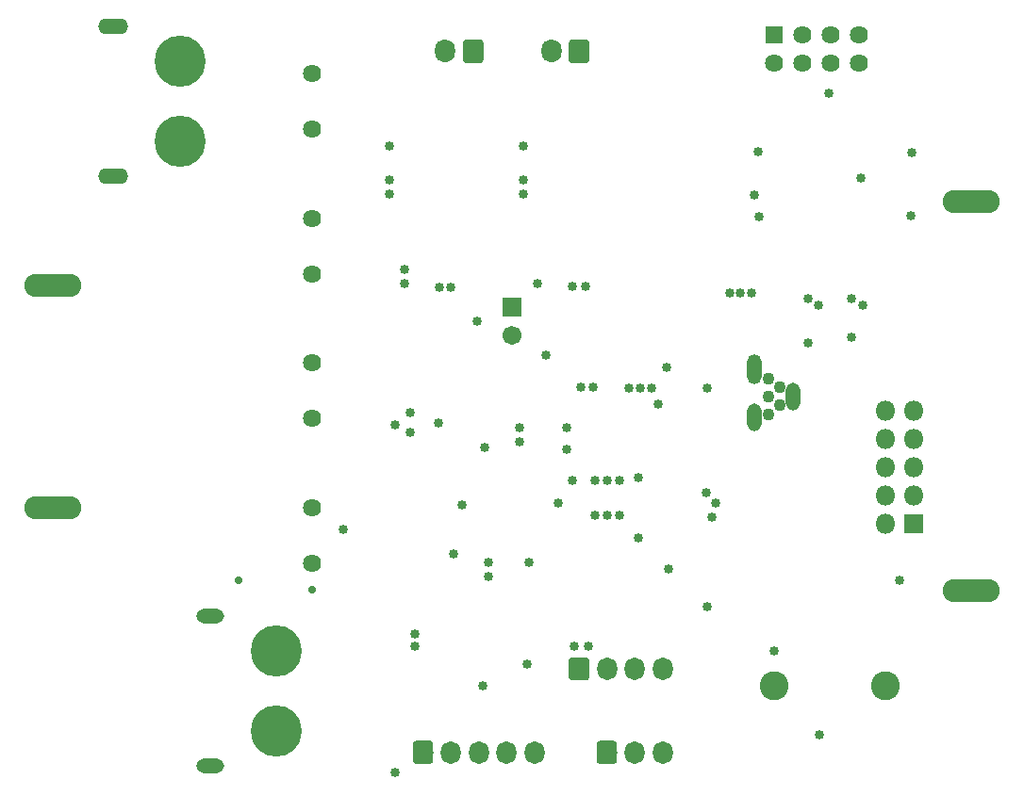
<source format=gbs>
G04 #@! TF.GenerationSoftware,KiCad,Pcbnew,(5.1.4)-1*
G04 #@! TF.CreationDate,2020-09-24T22:51:37-04:00*
G04 #@! TF.ProjectId,EBoard Sidecar,45426f61-7264-4205-9369-64656361722e,rev?*
G04 #@! TF.SameCoordinates,Original*
G04 #@! TF.FileFunction,Soldermask,Bot*
G04 #@! TF.FilePolarity,Negative*
%FSLAX46Y46*%
G04 Gerber Fmt 4.6, Leading zero omitted, Abs format (unit mm)*
G04 Created by KiCad (PCBNEW (5.1.4)-1) date 2020-09-24 22:51:37*
%MOMM*%
%LPD*%
G04 APERTURE LIST*
%ADD10O,5.101600X2.101600*%
%ADD11R,1.801600X1.801600*%
%ADD12O,1.801600X1.801600*%
%ADD13O,1.801600X2.101600*%
%ADD14C,0.100000*%
%ADD15C,1.801600*%
%ADD16C,1.625600*%
%ADD17R,1.625600X1.625600*%
%ADD18C,1.101600*%
%ADD19O,1.301600X2.501600*%
%ADD20O,1.301600X2.701600*%
%ADD21O,1.801600X2.051600*%
%ADD22C,4.601601*%
%ADD23O,2.701600X1.401600*%
%ADD24O,2.501600X1.301600*%
%ADD25C,1.701600*%
%ADD26R,1.701600X1.701600*%
%ADD27C,2.601600*%
%ADD28C,0.851600*%
%ADD29C,0.701600*%
G04 APERTURE END LIST*
D10*
X178750000Y-127500000D03*
X178750000Y-92500000D03*
X96250000Y-120000000D03*
X96250000Y-100000000D03*
D11*
X173540000Y-121500000D03*
D12*
X171000000Y-121500000D03*
X173540000Y-118960000D03*
X171000000Y-118960000D03*
X173540000Y-116420000D03*
X171000000Y-116420000D03*
X173540000Y-113880000D03*
X171000000Y-113880000D03*
X173540000Y-111340000D03*
X171000000Y-111340000D03*
D13*
X141000000Y-79000000D03*
D14*
G36*
X144161828Y-77950476D02*
G01*
X144187546Y-77954291D01*
X144212767Y-77960608D01*
X144237248Y-77969367D01*
X144260751Y-77980484D01*
X144283052Y-77993851D01*
X144303936Y-78009339D01*
X144323201Y-78026799D01*
X144340661Y-78046064D01*
X144356149Y-78066948D01*
X144369516Y-78089249D01*
X144380633Y-78112752D01*
X144389392Y-78137233D01*
X144395709Y-78162454D01*
X144399524Y-78188172D01*
X144400800Y-78214141D01*
X144400800Y-79785859D01*
X144399524Y-79811828D01*
X144395709Y-79837546D01*
X144389392Y-79862767D01*
X144380633Y-79887248D01*
X144369516Y-79910751D01*
X144356149Y-79933052D01*
X144340661Y-79953936D01*
X144323201Y-79973201D01*
X144303936Y-79990661D01*
X144283052Y-80006149D01*
X144260751Y-80019516D01*
X144237248Y-80030633D01*
X144212767Y-80039392D01*
X144187546Y-80045709D01*
X144161828Y-80049524D01*
X144135859Y-80050800D01*
X142864141Y-80050800D01*
X142838172Y-80049524D01*
X142812454Y-80045709D01*
X142787233Y-80039392D01*
X142762752Y-80030633D01*
X142739249Y-80019516D01*
X142716948Y-80006149D01*
X142696064Y-79990661D01*
X142676799Y-79973201D01*
X142659339Y-79953936D01*
X142643851Y-79933052D01*
X142630484Y-79910751D01*
X142619367Y-79887248D01*
X142610608Y-79862767D01*
X142604291Y-79837546D01*
X142600476Y-79811828D01*
X142599200Y-79785859D01*
X142599200Y-78214141D01*
X142600476Y-78188172D01*
X142604291Y-78162454D01*
X142610608Y-78137233D01*
X142619367Y-78112752D01*
X142630484Y-78089249D01*
X142643851Y-78066948D01*
X142659339Y-78046064D01*
X142676799Y-78026799D01*
X142696064Y-78009339D01*
X142716948Y-77993851D01*
X142739249Y-77980484D01*
X142762752Y-77969367D01*
X142787233Y-77960608D01*
X142812454Y-77954291D01*
X142838172Y-77950476D01*
X142864141Y-77949200D01*
X144135859Y-77949200D01*
X144161828Y-77950476D01*
X144161828Y-77950476D01*
G37*
D15*
X143500000Y-79000000D03*
D13*
X131500000Y-79000000D03*
D14*
G36*
X134661828Y-77950476D02*
G01*
X134687546Y-77954291D01*
X134712767Y-77960608D01*
X134737248Y-77969367D01*
X134760751Y-77980484D01*
X134783052Y-77993851D01*
X134803936Y-78009339D01*
X134823201Y-78026799D01*
X134840661Y-78046064D01*
X134856149Y-78066948D01*
X134869516Y-78089249D01*
X134880633Y-78112752D01*
X134889392Y-78137233D01*
X134895709Y-78162454D01*
X134899524Y-78188172D01*
X134900800Y-78214141D01*
X134900800Y-79785859D01*
X134899524Y-79811828D01*
X134895709Y-79837546D01*
X134889392Y-79862767D01*
X134880633Y-79887248D01*
X134869516Y-79910751D01*
X134856149Y-79933052D01*
X134840661Y-79953936D01*
X134823201Y-79973201D01*
X134803936Y-79990661D01*
X134783052Y-80006149D01*
X134760751Y-80019516D01*
X134737248Y-80030633D01*
X134712767Y-80039392D01*
X134687546Y-80045709D01*
X134661828Y-80049524D01*
X134635859Y-80050800D01*
X133364141Y-80050800D01*
X133338172Y-80049524D01*
X133312454Y-80045709D01*
X133287233Y-80039392D01*
X133262752Y-80030633D01*
X133239249Y-80019516D01*
X133216948Y-80006149D01*
X133196064Y-79990661D01*
X133176799Y-79973201D01*
X133159339Y-79953936D01*
X133143851Y-79933052D01*
X133130484Y-79910751D01*
X133119367Y-79887248D01*
X133110608Y-79862767D01*
X133104291Y-79837546D01*
X133100476Y-79811828D01*
X133099200Y-79785859D01*
X133099200Y-78214141D01*
X133100476Y-78188172D01*
X133104291Y-78162454D01*
X133110608Y-78137233D01*
X133119367Y-78112752D01*
X133130484Y-78089249D01*
X133143851Y-78066948D01*
X133159339Y-78046064D01*
X133176799Y-78026799D01*
X133196064Y-78009339D01*
X133216948Y-77993851D01*
X133239249Y-77980484D01*
X133262752Y-77969367D01*
X133287233Y-77960608D01*
X133312454Y-77954291D01*
X133338172Y-77950476D01*
X133364141Y-77949200D01*
X134635859Y-77949200D01*
X134661828Y-77950476D01*
X134661828Y-77950476D01*
G37*
D15*
X134000000Y-79000000D03*
D16*
X168620000Y-80040000D03*
X168620000Y-77500000D03*
X166080000Y-80040000D03*
X166080000Y-77500000D03*
X163540000Y-80040000D03*
X163540000Y-77500000D03*
X161000000Y-80040000D03*
D17*
X161000000Y-77500000D03*
D18*
X160500000Y-111600000D03*
X160500000Y-110000000D03*
X160500000Y-108400000D03*
X161500000Y-109200000D03*
X161500000Y-110800000D03*
D19*
X159250000Y-111900000D03*
X162750000Y-110000000D03*
D20*
X159250000Y-107600000D03*
D21*
X151000000Y-134500000D03*
X148500000Y-134500000D03*
X146000000Y-134500000D03*
D14*
G36*
X144161828Y-133475476D02*
G01*
X144187546Y-133479291D01*
X144212767Y-133485608D01*
X144237248Y-133494367D01*
X144260751Y-133505484D01*
X144283052Y-133518851D01*
X144303936Y-133534339D01*
X144323201Y-133551799D01*
X144340661Y-133571064D01*
X144356149Y-133591948D01*
X144369516Y-133614249D01*
X144380633Y-133637752D01*
X144389392Y-133662233D01*
X144395709Y-133687454D01*
X144399524Y-133713172D01*
X144400800Y-133739141D01*
X144400800Y-135260859D01*
X144399524Y-135286828D01*
X144395709Y-135312546D01*
X144389392Y-135337767D01*
X144380633Y-135362248D01*
X144369516Y-135385751D01*
X144356149Y-135408052D01*
X144340661Y-135428936D01*
X144323201Y-135448201D01*
X144303936Y-135465661D01*
X144283052Y-135481149D01*
X144260751Y-135494516D01*
X144237248Y-135505633D01*
X144212767Y-135514392D01*
X144187546Y-135520709D01*
X144161828Y-135524524D01*
X144135859Y-135525800D01*
X142864141Y-135525800D01*
X142838172Y-135524524D01*
X142812454Y-135520709D01*
X142787233Y-135514392D01*
X142762752Y-135505633D01*
X142739249Y-135494516D01*
X142716948Y-135481149D01*
X142696064Y-135465661D01*
X142676799Y-135448201D01*
X142659339Y-135428936D01*
X142643851Y-135408052D01*
X142630484Y-135385751D01*
X142619367Y-135362248D01*
X142610608Y-135337767D01*
X142604291Y-135312546D01*
X142600476Y-135286828D01*
X142599200Y-135260859D01*
X142599200Y-133739141D01*
X142600476Y-133713172D01*
X142604291Y-133687454D01*
X142610608Y-133662233D01*
X142619367Y-133637752D01*
X142630484Y-133614249D01*
X142643851Y-133591948D01*
X142659339Y-133571064D01*
X142676799Y-133551799D01*
X142696064Y-133534339D01*
X142716948Y-133518851D01*
X142739249Y-133505484D01*
X142762752Y-133494367D01*
X142787233Y-133485608D01*
X142812454Y-133479291D01*
X142838172Y-133475476D01*
X142864141Y-133474200D01*
X144135859Y-133474200D01*
X144161828Y-133475476D01*
X144161828Y-133475476D01*
G37*
D15*
X143500000Y-134500000D03*
D21*
X151000000Y-142000000D03*
X148500000Y-142000000D03*
D14*
G36*
X146661828Y-140975476D02*
G01*
X146687546Y-140979291D01*
X146712767Y-140985608D01*
X146737248Y-140994367D01*
X146760751Y-141005484D01*
X146783052Y-141018851D01*
X146803936Y-141034339D01*
X146823201Y-141051799D01*
X146840661Y-141071064D01*
X146856149Y-141091948D01*
X146869516Y-141114249D01*
X146880633Y-141137752D01*
X146889392Y-141162233D01*
X146895709Y-141187454D01*
X146899524Y-141213172D01*
X146900800Y-141239141D01*
X146900800Y-142760859D01*
X146899524Y-142786828D01*
X146895709Y-142812546D01*
X146889392Y-142837767D01*
X146880633Y-142862248D01*
X146869516Y-142885751D01*
X146856149Y-142908052D01*
X146840661Y-142928936D01*
X146823201Y-142948201D01*
X146803936Y-142965661D01*
X146783052Y-142981149D01*
X146760751Y-142994516D01*
X146737248Y-143005633D01*
X146712767Y-143014392D01*
X146687546Y-143020709D01*
X146661828Y-143024524D01*
X146635859Y-143025800D01*
X145364141Y-143025800D01*
X145338172Y-143024524D01*
X145312454Y-143020709D01*
X145287233Y-143014392D01*
X145262752Y-143005633D01*
X145239249Y-142994516D01*
X145216948Y-142981149D01*
X145196064Y-142965661D01*
X145176799Y-142948201D01*
X145159339Y-142928936D01*
X145143851Y-142908052D01*
X145130484Y-142885751D01*
X145119367Y-142862248D01*
X145110608Y-142837767D01*
X145104291Y-142812546D01*
X145100476Y-142786828D01*
X145099200Y-142760859D01*
X145099200Y-141239141D01*
X145100476Y-141213172D01*
X145104291Y-141187454D01*
X145110608Y-141162233D01*
X145119367Y-141137752D01*
X145130484Y-141114249D01*
X145143851Y-141091948D01*
X145159339Y-141071064D01*
X145176799Y-141051799D01*
X145196064Y-141034339D01*
X145216948Y-141018851D01*
X145239249Y-141005484D01*
X145262752Y-140994367D01*
X145287233Y-140985608D01*
X145312454Y-140979291D01*
X145338172Y-140975476D01*
X145364141Y-140974200D01*
X146635859Y-140974200D01*
X146661828Y-140975476D01*
X146661828Y-140975476D01*
G37*
D15*
X146000000Y-142000000D03*
D22*
X107650000Y-79900000D03*
X107650000Y-87100000D03*
D23*
X101650000Y-76750000D03*
X101650000Y-90250000D03*
D21*
X139500000Y-142000000D03*
X137000000Y-142000000D03*
X134500000Y-142000000D03*
X132000000Y-142000000D03*
D14*
G36*
X130161828Y-140975476D02*
G01*
X130187546Y-140979291D01*
X130212767Y-140985608D01*
X130237248Y-140994367D01*
X130260751Y-141005484D01*
X130283052Y-141018851D01*
X130303936Y-141034339D01*
X130323201Y-141051799D01*
X130340661Y-141071064D01*
X130356149Y-141091948D01*
X130369516Y-141114249D01*
X130380633Y-141137752D01*
X130389392Y-141162233D01*
X130395709Y-141187454D01*
X130399524Y-141213172D01*
X130400800Y-141239141D01*
X130400800Y-142760859D01*
X130399524Y-142786828D01*
X130395709Y-142812546D01*
X130389392Y-142837767D01*
X130380633Y-142862248D01*
X130369516Y-142885751D01*
X130356149Y-142908052D01*
X130340661Y-142928936D01*
X130323201Y-142948201D01*
X130303936Y-142965661D01*
X130283052Y-142981149D01*
X130260751Y-142994516D01*
X130237248Y-143005633D01*
X130212767Y-143014392D01*
X130187546Y-143020709D01*
X130161828Y-143024524D01*
X130135859Y-143025800D01*
X128864141Y-143025800D01*
X128838172Y-143024524D01*
X128812454Y-143020709D01*
X128787233Y-143014392D01*
X128762752Y-143005633D01*
X128739249Y-142994516D01*
X128716948Y-142981149D01*
X128696064Y-142965661D01*
X128676799Y-142948201D01*
X128659339Y-142928936D01*
X128643851Y-142908052D01*
X128630484Y-142885751D01*
X128619367Y-142862248D01*
X128610608Y-142837767D01*
X128604291Y-142812546D01*
X128600476Y-142786828D01*
X128599200Y-142760859D01*
X128599200Y-141239141D01*
X128600476Y-141213172D01*
X128604291Y-141187454D01*
X128610608Y-141162233D01*
X128619367Y-141137752D01*
X128630484Y-141114249D01*
X128643851Y-141091948D01*
X128659339Y-141071064D01*
X128676799Y-141051799D01*
X128696064Y-141034339D01*
X128716948Y-141018851D01*
X128739249Y-141005484D01*
X128762752Y-140994367D01*
X128787233Y-140985608D01*
X128812454Y-140979291D01*
X128838172Y-140975476D01*
X128864141Y-140974200D01*
X130135859Y-140974200D01*
X130161828Y-140975476D01*
X130161828Y-140975476D01*
G37*
D15*
X129500000Y-142000000D03*
D22*
X116350000Y-140100000D03*
X116350000Y-132900000D03*
D24*
X110350000Y-143250000D03*
X110350000Y-129750000D03*
D25*
X137500000Y-104500000D03*
D26*
X137500000Y-102000000D03*
D16*
X119500000Y-81000000D03*
X119500000Y-86000000D03*
X119500000Y-107000000D03*
X119500000Y-112000000D03*
X119500000Y-120000000D03*
X119500000Y-125000000D03*
X119500000Y-94000000D03*
X119500000Y-99000000D03*
D27*
X161000000Y-136000000D03*
X171000000Y-136000000D03*
D28*
X127000000Y-143800000D03*
X135400000Y-126200000D03*
X135400000Y-124900000D03*
X134875000Y-136025000D03*
X138875000Y-134075000D03*
X132200000Y-124200000D03*
X133000000Y-119800000D03*
X159600000Y-88000000D03*
X159625000Y-93825000D03*
X173400000Y-88100000D03*
X173300000Y-93800000D03*
X159200000Y-91900000D03*
X168800000Y-90400000D03*
X165000000Y-101800000D03*
X169000000Y-101800000D03*
X165050000Y-140450000D03*
X161000000Y-132900000D03*
X172300000Y-126500000D03*
X155000000Y-128900000D03*
X151500000Y-125500000D03*
X148800000Y-122700000D03*
X143700000Y-109200000D03*
X142400000Y-114800000D03*
X141600000Y-119600000D03*
X142900000Y-117600000D03*
X148800000Y-117300000D03*
X155400000Y-120900000D03*
X155000000Y-109300000D03*
X150600000Y-110700000D03*
X151400000Y-107400000D03*
X140500000Y-106300000D03*
X130875000Y-112375000D03*
X126500000Y-90600000D03*
X126500000Y-91800000D03*
X138500000Y-90600000D03*
X138500000Y-91800000D03*
X131000000Y-100200000D03*
X132000000Y-100200000D03*
X142900000Y-100100000D03*
X144100000Y-100100000D03*
X143100000Y-132500000D03*
X144300000Y-132500000D03*
X139000000Y-124900000D03*
X135000000Y-114600000D03*
X146000000Y-117600000D03*
X144900000Y-117600000D03*
X147100000Y-117600000D03*
X146000000Y-120700000D03*
X147100000Y-120700000D03*
X144900000Y-120700000D03*
X150000000Y-109250000D03*
X148000000Y-109250000D03*
X149000000Y-109250000D03*
X157000000Y-100750000D03*
X158000000Y-100750000D03*
X159000000Y-100750000D03*
X128800000Y-131400000D03*
X128800000Y-132500000D03*
X126500000Y-87500000D03*
X127800000Y-99900000D03*
X138500000Y-87500000D03*
X139800000Y-99900000D03*
X164100000Y-105200000D03*
X164100000Y-101200000D03*
X168000000Y-104700000D03*
X168000000Y-101200000D03*
X142400000Y-112800000D03*
X155800000Y-119600000D03*
X154900000Y-118700000D03*
X144800000Y-109200000D03*
X127800000Y-98600000D03*
X134350000Y-103250000D03*
X165900000Y-82800000D03*
X128300000Y-113250000D03*
X138200000Y-114100000D03*
X128300000Y-111500000D03*
X138200000Y-112800000D03*
D29*
X119500000Y-127400000D03*
X112892000Y-126500000D03*
D28*
X127000000Y-112550000D03*
X122350000Y-122000000D03*
M02*

</source>
